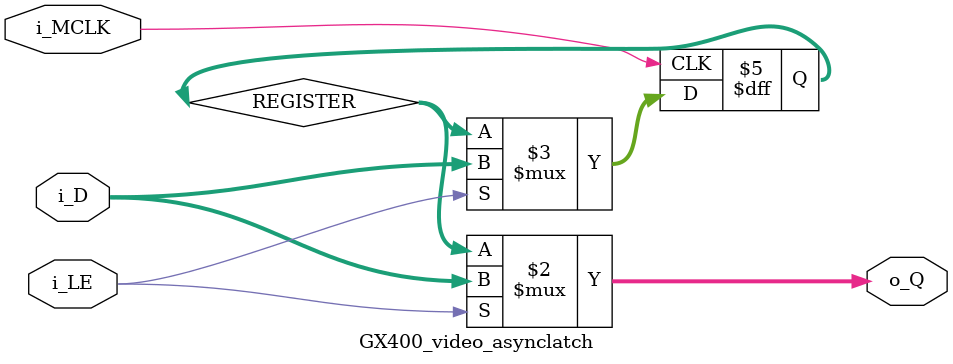
<source format=v>
module GX400_video (
    input   wire            i_EMU_MCLK,

    input   wire            i_EMU_CLK18M_NCEN,
    input   wire            i_EMU_CLK6M_PCEN, //REF_CLK6M
    input   wire            i_EMU_CLK6M_NCEN,

    input   wire            i_MRST_n,

    input   wire    [14:0]  i_GFX_ADDR,
    output  reg     [15:0]  o_GFX_DO,
    input   wire    [15:0]  i_GFX_DI,
    input   wire            i_GFX_RnW,
    input   wire            i_GFX_UDS_n,
    input   wire            i_GFX_LDS_n,

    input   wire            i_VZCS_n,
    input   wire            i_VCS1_n,
    input   wire            i_VCS2_n,
    input   wire            i_CHACS_n,
    input   wire            i_OBJRAM_n,

    input   wire            i_HFLIP,
    input   wire            i_VFLIP,

    output  wire            o_HBLANK_n,
    output  wire            o_VBLANK_n,
    output  wire            o_HSYNC_n,
    output  wire            o_VSYNC_n,

    output  wire            o_ABS_1H_n,
    output  wire            o_ABS_2H,
    output  wire            o_FRAMEPARITY,

    output  wire            o_BLK,

    output  wire    [10:0]  o_CD,

    output  wire    [8:0]   o_DEBUG_HCNTR, //for pixel capture purpose
    output  wire    [8:0]   o_DEBUG_VCNTR
);



///////////////////////////////////////////////////////////
//////  CLOCK AND RESET
////

wire            mclk = i_EMU_MCLK;
wire            clk18m_ncen = i_EMU_CLK18M_NCEN;
wire            clk6m_pcen = i_EMU_CLK6M_PCEN;
wire            clk6m_ncen = i_EMU_CLK6M_NCEN;



///////////////////////////////////////////////////////////
//////  timinggen
////

wire            HBLANK_n;
wire            VBLANK_n;
assign          o_VBLANK_n = VBLANK_n;
assign          o_HBLANK_n = HBLANK_n;
wire            VBLANKH_n;
wire            VCLK;
wire            CSYNC_n;

//hcounter
wire            ABS_256H,   
                ABS_128H,   ABS_64H,    ABS_32H,    ABS_16H,
                ABS_8H,     ABS_4H,     ABS_2H,     ABS_1H;

wire            FLIP_128H,  FLIP_64H,   FLIP_32H,   FLIP_16H,
                FLIP_8H,    FLIP_4H,    FLIP_2H,    FLIP_1H;

//vcounter
wire            ABS_128V,   ABS_64V,    ABS_32V,    ABS_16V,
                ABS_8V,     ABS_4V,     ABS_2V,     ABS_1V;

wire            FLIP_128V,  FLIP_64V,   FLIP_32V,   FLIP_16V,
                FLIP_8V,    FLIP_4V,    FLIP_2V,    FLIP_1V;

//misc
wire            ABS_n256H = ~ABS_256H;
wire            ABS_n1H = ~ABS_1H;
wire            ABS_128HA = (ABS_256H & ABS_128H) | (ABS_n256H & ABS_32H);

wire            FLIP_n256H  = ABS_n256H ^ i_HFLIP;

wire            DMA_n = ~&{ABS_128V, ABS_64V, ABS_32V, ~ABS_16V}; //vcounter 480-495

//to CPU
assign  o_ABS_1H_n = ABS_n1H;
assign  o_ABS_2H = ABS_2H;

/*
K005292 u_K005292 (
    .i_EMU_MCLK                 (mclk                       ),
    .i_EMU_CLK6MPCEN_n          (~clk6m_pcen                ),

    .i_MRST_n                   (i_MRST_n                   ),

    .i_HFLIP                    (i_HFLIP                    ),
    .i_VFLIP                    (i_VFLIP                    ),

    .o_HBLANK_n                 (HBLANK_n                   ),
    .o_VBLANK_n                 (VBLANK_n                   ),
    .o_VBLANKH_n                (VBLANKH_n                  ),  //VBLANK**

    .o_ABS_256H                 (ABS_256H                   ),
    .o_ABS_128H                 (ABS_128H                   ),
    .o_ABS_64H                  (ABS_64H                    ),
    .o_ABS_32H                  (ABS_32H                    ),
    .o_ABS_16H                  (ABS_16H                    ),
    .o_ABS_8H                   (ABS_8H                     ),
    .o_ABS_4H                   (ABS_4H                     ),
    .o_ABS_2H                   (ABS_2H                     ),
    .o_ABS_1H                   (ABS_1H                     ),

    .o_ABS_128V                 (ABS_128V                   ),
    .o_ABS_64V                  (ABS_64V                    ),
    .o_ABS_32V                  (ABS_32V                    ),
    .o_ABS_16V                  (ABS_16V                    ),
    .o_ABS_8V                   (ABS_8V                     ),
    .o_ABS_4V                   (ABS_4V                     ),
    .o_ABS_2V                   (ABS_2V                     ),
    .o_ABS_1V                   (ABS_1V                     ),

    .o_FLIP_128H                (FLIP_128H                  ),
    .o_FLIP_64H                 (FLIP_64H                   ),
    .o_FLIP_32H                 (FLIP_32H                   ),
    .o_FLIP_16H                 (FLIP_16H                   ),
    .o_FLIP_8H                  (FLIP_8H                    ),
    .o_FLIP_4H                  (FLIP_4H                    ),
    .o_FLIP_2H                  (FLIP_2H                    ),
    .o_FLIP_1H                  (FLIP_1H                    ),

    .o_FLIP_128V                (FLIP_128V                  ),
    .o_FLIP_64V                 (FLIP_64V                   ),
    .o_FLIP_32V                 (FLIP_32V                   ),
    .o_FLIP_16V                 (FLIP_16V                   ),
    .o_FLIP_8V                  (FLIP_8V                    ),
    .o_FLIP_4V                  (FLIP_4V                    ),
    .o_FLIP_2V                  (FLIP_2V                    ),
    .o_FLIP_1V                  (FLIP_1V                    ),

    .o_VCLK                     (VCLK                       ),

    .o_FRAMEPARITY              (o_FRAMEPARITY              ), //256V
    
    .o_VSYNC_n                  (o_VSYNC_n                  ),
    .o_HSYNC_n                  (o_HSYNC_n                  ),

    .o_DEBUG_HCNTR              (o_DEBUG_HCNTR              ),
    .o_DEBUG_VCNTR              (o_DEBUG_VCNTR              )
);
*/


K005292 u_dut (
    .i_EMU_MCLK                 (mclk                       ),
    .i_EMU_CLK6MPCEN_n          (~clk6m_pcen                ),

    .i_MRST_n                   (i_MRST_n                   ),

    .i_HFLIP                    (i_HFLIP                    ),
    .i_VFLIP                    (i_VFLIP                    ),
    .i_H288                     (1'b0                       ),
    .i_INTER                    (1'b0                       ),

    .o_HBLANK_n                 (HBLANK_n                   ),
    .o_VBLANK_n                 (VBLANK_n                   ),
    .o_VBLANKH_n                (VBLANKH_n                  ),  //VBLANK**

    .o_ABS_H                    ({ABS_256H,   
                                  ABS_128H,   ABS_64H,    ABS_32H,    ABS_16H,
                                  ABS_8H,     ABS_4H,     ABS_2H,     ABS_1H}),
    .o_ABS_V                    ({ABS_128V,   ABS_64V,    ABS_32V,    ABS_16V,
                                  ABS_8V,     ABS_4V,     ABS_2V,     ABS_1V}),
    .o_FLIP_H                   ({FLIP_128H,  FLIP_64H,   FLIP_32H,   FLIP_16H,
                                  FLIP_8H,    FLIP_4H,    FLIP_2H,    FLIP_1H}),
    .o_FLIP_V                   ({FLIP_128V,  FLIP_64V,   FLIP_32V,   FLIP_16V,
                                  FLIP_8V,    FLIP_4V,    FLIP_2V,    FLIP_1V}),

    .o_VCLK                     (VCLK                       ),

    .o_FRAMEPARITY              (o_FRAMEPARITY              ),

    .o_VSYNC_n                  (o_VSYNC_n                  ),
    .o_HSYNC_n                  (o_HSYNC_n                  ),
    .o_CSYNC_n                  (                           ),

    .i_TEST                     (5'b10010                   ),

    .o_DEBUG_HCNTR              (o_DEBUG_HCNTR              ),
    .o_DEBUG_VCNTR              (o_DEBUG_VCNTR              )
);

wire            ORINC;
reg     [7:0]   OBJ;
wire            objcntr_tick = ORINC | (&{OBJ[7:4]});

always @(posedge mclk) begin
    if(clk6m_pcen) begin
        if(ABS_1H == 1'b0) begin //posedge of 1H
            if(DMA_n == 1'b0) begin
                OBJ <= 8'd0;
            end
            else begin
                if(objcntr_tick == 1'b0) begin
                    OBJ <= OBJ + 8'd1;
                end
            end
        end        
    end
end




//
//  MEMORY TIMING GENERATOR SECTION
//

/*
    CLK18M  _|¯|_|¯|_|¯|_|¯|_|¯|_|¯|_|¯|_|¯|_|¯|_|¯|_|¯|_|¯|
    CLK9M   ¯¯¯|___|¯¯¯|___|¯¯¯|___|¯¯¯|___|¯¯¯|___|¯¯¯|___|
    CLK6M   ¯¯¯¯¯¯¯|___|¯¯¯¯¯¯¯|___|¯¯¯¯¯¯¯|___|¯¯¯¯¯¯¯|___|
            ---(511)---|----(0)----|----(1)----|----(2)----|
    
    TIME1   ___________________|¯¯¯|___________________|¯¯¯|
    TIME2   ¯¯¯¯¯¯¯¯¯¯¯¯¯¯¯¯¯¯¯|___|¯¯¯¯¯¯¯¯¯¯¯¯¯¯¯¯¯¯¯|___|
    CHAMPX  ¯¯¯¯¯¯¯¯¯¯¯|_______|¯¯¯¯¯¯¯¯¯¯¯¯¯¯¯|_______|¯¯¯¯
    VRTIME  ¯¯¯¯¯¯¯¯¯¯¯|___|¯¯¯¯¯¯¯¯¯¯¯¯¯¯¯¯¯¯¯|___|¯¯¯¯¯¯¯¯
    OBJCLRWE¯¯¯¯¯¯¯|___|¯¯¯¯¯¯¯¯¯¯¯¯¯¯¯¯¯¯¯|___|¯¯¯¯¯¯¯¯¯¯¯¯
    
    BUFWE   ¯¯¯¯¯¯¯|___|¯¯¯¯¯¯¯¯¯¯¯¯¯¯¯¯¯¯¯|___|¯¯¯¯¯¯¯¯¯¯¯¯
    BUFRAS  ___________|¯¯¯¯¯¯¯|_______________|¯¯¯¯¯¯¯|____
    dl-ras  ____________|¯¯¯¯¯¯¯|_______________|¯¯¯¯¯¯¯|___
*/

//timing singals

wire            TIME1; //SCROLLRAM/OBJRAM read latch enable(active high)
wire            TIME2; //SCROLLRAM/OBJRAM data write enable(active low)
wire            VRTIME; //Video Read TIME
wire            CHAMPX; //CHAracter MultiPleXer
wire            OBJCLRWE; //OBJect CLeaR Write Enable

reg             CLK6M;
always @(posedge mclk) begin
    if(clk6m_ncen) CLK6M <= 1'b0;
    else if(clk6m_pcen) CLK6M <= 1'b1;
end

reg             TIMING_F; //1HF
always @(posedge mclk) begin
    if(clk6m_pcen) begin
        TIMING_F <= ABS_1H;
    end
end

reg     [3:0]   TIMING_SR;
always @(posedge mclk) begin
    if(clk18m_ncen) begin
        TIMING_SR[3] <= TIMING_F;
        TIMING_SR[2:0] <= TIMING_SR[3:1];
    end
end

assign  TIME1 = ~(~TIMING_F | CLK6M);
assign  TIME2 = ~(TIMING_F & TIMING_SR[2]);
assign  VRTIME = ~(TIMING_F & ~TIMING_SR[3]);
assign  CHAMPX = TIMING_SR[2] | TIMING_SR[1];
wire    CHAMPX1 = CHAMPX;
assign  OBJCLRWE = TIMING_SR[2] | ~TIMING_SR[1];

//DRAM delay
reg             CHAMPX2;
always @(posedge mclk) begin
    if(clk18m_ncen) begin
        CHAMPX2 <= CHAMPX;
    end
end


//
//  VIDEO TIMING GENERATOR SECTION
//

//timing singals
wire            OBJWR;  //switches mux between active display+buffer clear/sprite engine write
wire            OBJCLR; //fix mux output to 0 while clearing the buffer by writing 0s

reg             TIMING_A;
always @(posedge mclk) begin
    if(clk6m_pcen) begin
        if({ABS_8H, ABS_4H, ABS_2H, ABS_1H} == 4'd15) begin //posedge of 16H
            TIMING_A <= ~(HBLANK_n & VBLANKH_n);
        end        
    end
end

reg             TIMING_B;
always @(posedge mclk) begin
    if(clk6m_pcen) begin //negedge cen
        if(ABS_1H == 1'b1) begin //every ODD pixel
            TIMING_B <= TIMING_A;
        end        
    end
end

reg             TIMING_C;
always @(posedge mclk) begin
    if(clk6m_pcen) begin
        if({ABS_2H, ABS_1H} == 2'd3) begin //posedge of 4H
            TIMING_C <= TIMING_A;
        end        
    end
end

reg             TIMING_D;
always @(posedge mclk) begin
    if(clk6m_pcen) begin
        TIMING_D <= TIMING_C;   
    end
end

reg             TIMING_E;
always @(posedge mclk) begin
    if(clk6m_pcen) begin
        TIMING_E <= ~TIMING_D & VBLANK_n;
    end
end

assign  OBJWR = TIMING_B;
assign  OBJCLR = ~TIMING_B;
assign  o_BLK = TIMING_E;








///////////////////////////////////////////////////////////
//////  tilemapgen
////

//
//  scrollram section
//

/*
    FETCHES HSCROLL(1 PIXEL ROW) VALUE WHEN VCLK = 1

    MCLK                0 1 2 3 4 5 0 1 2 3 4 5
    CLK18M  _|¯|_|¯|_|¯|_|¯|_|¯|_|¯|_|¯|_|¯|_|¯|_|¯|_|¯|_|¯|_|¯|_|¯|_|¯|
    CLK9M   ¯¯¯|___|¯¯¯|___|¯¯¯|___|¯¯¯|___|¯¯¯|___|¯¯¯|___|___|¯¯¯|___|
    CLK6M   ¯¯¯¯¯¯¯|___|¯¯¯¯¯¯¯|___|¯¯¯¯¯¯¯|___|¯¯¯¯¯¯¯|___|¯¯¯¯¯¯¯|___|
            ----(7)----|----(0)----|----(1)----|----(2)----|----(3)----|
                             >SRAM DOUT  >SRAM DOUT  >SRAM DOUT  >SRAM DOUT      access speed >150ns
    
    TIME1   ___________________|¯¯¯|___________________|¯¯¯|____________
    TIME2   ¯¯¯¯¯¯¯¯¯¯¯¯¯¯¯¯¯¯¯|___|¯¯¯¯¯¯¯¯¯¯¯¯¯¯¯¯¯¯¯|___|¯¯¯¯¯¯¯¯¯¯¯¯
    VCLK    ___________|¯¯¯¯¯¯¯¯¯¯¯¯¯¯¯¯¯¯¯¯¯¯¯¯¯¯¯¯¯¯¯¯¯¯¯¯¯¯¯¯¯¯¯¯¯¯¯¯

    ADDR               |-------(TM-A LO)-------|-------(TM-A HI)-------|
    DEVICE             |---(CPU)---|---(GFX)---|---(CPU)---|---(GFX)---|
                                   |  TM-A LO  |           |  TM-A HI  |


    FETCHES VSCROLL(8 PIXEL COLUMN) VALUE WHEN VCLK = 0
        (TM-A for 4H = 0, TM-B for 4H = 1)

                                            1 1                     1 1                     1 1                     1 1
                        0 1 2 3 4 5 6 7 8 9 0 1 0 1 2 3 4 5 6 7 8 9 0 1 0 1 2 3 4 5 6 7 8 9 0 1 0 1 2 3 4 5 6 7 8 9 0 1
    CLK18M  _|¯|_|¯|_|¯|_|¯|_|¯|_|¯|_|¯|_|¯|_|¯|_|¯|_|¯|_|¯|_|¯|_|¯|_|¯|_|¯|_|¯|_|¯|_|¯|_|¯|_|¯|_|¯|_|¯|_|¯|_|¯|_|¯|_|¯|
    CLK9M   ¯¯¯|___|¯¯¯|___|¯¯¯|___|¯¯¯|___|¯¯¯|___|¯¯¯|___|¯¯¯|___|¯¯¯|___|¯¯¯|___|¯¯¯|___|¯¯¯|___|¯¯¯|___|¯¯¯|___|¯¯¯|
    CLK6M   ¯¯¯¯¯¯¯|___|¯¯¯¯¯¯¯|___|¯¯¯¯¯¯¯|___|¯¯¯¯¯¯¯|___|¯¯¯¯¯¯¯|___|¯¯¯¯¯¯¯|___|¯¯¯¯¯¯¯|___|¯¯¯¯¯¯¯|___|¯¯¯¯¯¯¯|___|
            ----(7)----|----(0)----|----(1)----|----(2)----|----(3)----|----(4)----|----(5)----|----(6)----|----(7)----|

    TIME1   ___________________|¯¯¯|___________________|¯¯¯|___________________|¯¯¯|___________________|¯¯¯|____________
    TIME2   ¯¯¯¯¯¯¯¯¯¯¯¯¯¯¯¯¯¯¯|___|¯¯¯¯¯¯¯¯¯¯¯¯¯¯¯¯¯¯¯|___|¯¯¯¯¯¯¯¯¯¯¯¯¯¯¯¯¯¯¯|___|¯¯¯¯¯¯¯¯¯¯¯¯¯¯¯¯¯¯¯|___|¯¯¯¯¯¯¯¯¯¯¯¯
    VCLK    ¯¯¯¯¯¯¯¯¯¯¯¯¯¯¯¯¯¯¯¯¯¯¯¯¯¯¯¯¯¯¯¯¯¯¯¯¯¯¯¯¯¯¯¯¯¯¯¯¯¯¯¯¯¯¯¯¯¯¯¯¯¯¯¯¯¯¯¯¯¯¯¯¯¯¯¯¯¯¯¯¯¯¯¯¯¯¯¯¯¯¯¯¯¯¯¯¯¯¯¯¯¯¯¯¯¯¯¯
                                                                        
    SCRLATCH¯¯¯¯¯¯¯|___|¯¯¯¯¯¯¯¯¯¯¯¯¯¯¯¯¯¯¯¯¯¯¯¯¯¯¯¯¯¯¯¯¯¯¯¯¯¯¯¯¯¯¯|___|¯¯¯¯¯¯¯¯¯¯¯¯¯¯¯¯¯¯¯¯¯¯¯¯¯¯¯¯¯¯¯¯¯¯¯¯¯¯¯¯¯¯¯|___|
    SCRADDR --(TM-A)---|--------------------(TM-B)---------------------|--------------------(TM-A)---------------------|
    DEVICE  ---(GFX)---|---(CPU)---|---(GFX)---|---(CPU)---|---(GFX)---|---(CPU)---|---(GFX)---|---(CPU)---|---(GFX)---|

    VRAMADDR--(TM-B)---|--------------------(TM-A)---------------------|--------------------(TM-B)---------------------|
                       t0                                              t1                                              t2                     

    0. HSCROLL values for TM-A and TM-B are latched when VCLK = 1

    t0
    1. MUX provides TM-A VSCROLL address when 4H = 0 & VCLK = 0
    2. tilemap generator latches TM-A VSCROLL value at posedge of ~(1H & 2H)
    3. Then TM-A VSCROLL value will be valid during next 4px-cycle
    4. In this next 4px-cycle, tilemap generator provides previously latched(at VCLK = 0) TM-A HSCROLL value

    t1
    1. Again, tilemap generator latches TM-A VSCROLL value at posedge of ~(1H & 2H) since MUX provided TM-B VSCROLL address
    2. Then TM-B VSCROLL value will be valid during next 4px-cycle
    3. In this next 4px-cycle, tilemap generator provides previously latched(at VCLK = 0) TM-B HSCROLL value
*/

//make scrollram address
wire    [10:0]  scrollval_addr;
assign  scrollval_addr =    (~VCLK == 1'b0) ? 
                                {1'b0, ABS_4H, ABS_2H, FLIP_128V, FLIP_64V,  FLIP_32V,  FLIP_16V,  FLIP_8V,  FLIP_4V,  FLIP_2V, FLIP_1V} : //HORIZONTAL SCROLL
                                {1'b1,   1'b1,   1'b1,      1'b1,   ABS_4H,FLIP_n256H, FLIP_128H, FLIP_64H, FLIP_32H, FLIP_16H, FLIP_8H};  //VERTICAL SCROLL

wire    [10:0]  scrollram_addr;
assign  scrollram_addr =    (~ABS_1H == 1'b0) ?
                                scrollval_addr :
                                i_GFX_ADDR[10:0];

//make scrollram wr signal
wire            scrollram_wr = (i_VZCS_n | i_GFX_RnW | i_GFX_LDS_n | TIME2);

//declare SCROLLRAM
wire    [7:0]   scrollram_dout;
GX400_video_sram #(.aw( 11 ), .dw(  8 ), .simhexfile()) u_scrollram_lo (
    .i_MCLK                     (mclk                       ),
    .i_ADDR                     (scrollram_addr             ),
    .i_DIN                      (i_GFX_DI[7:0]            ),
    .o_DOUT                     (scrollram_dout             ),
    .i_WR_n                     (scrollram_wr               ),
    .i_RD_n                     (1'b0                       )
);

//declare CPU side latch
wire    [7:0]   scrollram_readlatch_q;
GX400_video_asynclatch u_scrollram_cpulatch (
    .i_MCLK                     (mclk                       ),
    .i_D                        (scrollram_dout             ),
    .o_Q                        (scrollram_readlatch_q      ),
    .i_LE                       (TIME1                      )
);



wire    [11:0]  vram_addr;
wire    [2:0]   line_addr;

wire            SHIFTA1;
wire            SHIFTA2;
wire            SHIFTB;

//declare tilemapgen core: requires clock
K005291 u_K005291 (
    .i_EMU_MCLK                 (mclk                       ),
    .i_EMU_CLK6MPCEN_n          (~clk6m_pcen                ),

    .i_HFLIP                    (i_HFLIP                    ),
    .i_VFLIP                    (i_VFLIP                    ),

    .i_ABS_n256H                (ABS_n256H                  ),
    .i_ABS_128HA                (ABS_128HA                  ),
    .i_ABS_64H                  (ABS_64H                    ),
    .i_ABS_32H                  (ABS_32H                    ),
    .i_ABS_16H                  (ABS_16H                    ),
    .i_ABS_8H                   (ABS_8H                     ),
    .i_ABS_4H                   (ABS_4H                     ),
    .i_ABS_2H                   (ABS_2H                     ),
    .i_ABS_1H                   (ABS_1H                     ),

    .i_ABS_128V                 (ABS_128V                   ),
    .i_ABS_64V                  (ABS_64V                    ),
    .i_ABS_32V                  (ABS_32V                    ),
    .i_ABS_16V                  (ABS_16V                    ),
    .i_ABS_8V                   (ABS_8V                     ),
    .i_ABS_4V                   (ABS_4V                     ),
    .i_ABS_2V                   (ABS_2V                     ),
    .i_ABS_1V                   (ABS_1V                     ),
    
    .i_VCLK                     (VCLK                       ),

    .i_CPU_ADDR                 (i_GFX_ADDR[11:0]           ),
    .i_GFXDATA                  (scrollram_dout             ),

    .o_TILELINEADDR             (line_addr                  ),

    .o_VRAMADDR                 (vram_addr                  ),

    .o_SHIFTA1                  (SHIFTA1                    ),
    .o_SHIFTA2                  (SHIFTA2                    ),
    .o_SHIFTB                   (SHIFTB                     )
);



//
//  VRAM1+2 section
//

/*
    MCLK                           
                        0 1 2 3 4 5 0 1 2 3 4 5 0 1 2 3 4 5 0 1 2 3 4 5 
    CLK18M  _|¯|_|¯|_|¯|_|¯|_|¯|_|¯|_|¯|_|¯|_|¯|_|¯|_|¯|_|¯|_|¯|_|¯|_|¯|_|¯|_|¯|_|¯|_|¯|_|¯|_|¯|_|¯|_|¯|_|¯|_|¯|_|¯|_|¯|
    CLK9M   ¯¯¯|___|¯¯¯|___|¯¯¯|___|¯¯¯|___|¯¯¯|___|¯¯¯|___|¯¯¯|___|¯¯¯|___|¯¯¯|___|¯¯¯|___|¯¯¯|___|¯¯¯|___|¯¯¯|___|¯¯¯|
    CLK6M   ¯¯¯¯¯¯¯|___|¯¯¯¯¯¯¯|___|¯¯¯¯¯¯¯|___|¯¯¯¯¯¯¯|___|¯¯¯¯¯¯¯|___|¯¯¯¯¯¯¯|___|¯¯¯¯¯¯¯|___|¯¯¯¯¯¯¯|___|¯¯¯¯¯¯¯|___|
    PIXEL   ----(7)----|----(0)----|----(1)----|----(2)----|----(3)----|----(4)----|----(5)----|----(6)----|----(7)----|
    /DTACK  ¯S0¯¯S1¯¯S2¯¯S3¯¯S4¯|_w___w__S5__S6|¯S7¯¯¯¯¯¯¯¯¯¯S0¯¯S1¯¯S2¯¯S3¯¯S4¯|_w___w__S5__S6|¯S7¯¯¯¯¯¯¯¯¯¯¯¯¯¯¯¯¯¯¯¯¯

                                   >SRAM CPU DIN           >SRAM GFX DOUT          >SRAM CPU DOUT          >SRAM GFX DOUT    100ns access speed
    VRTIME  ¯¯¯¯¯¯¯¯¯¯¯|___|¯¯¯¯¯¯¯¯¯¯¯¯¯¯¯¯¯¯¯|___|¯¯¯¯¯¯¯¯¯¯¯¯¯¯¯¯¯¯¯|___|¯¯¯¯¯¯¯¯¯¯¯¯¯¯¯¯¯¯¯|___|¯¯¯¯¯¯¯¯¯¯¯¯¯¯¯¯¯¯¯¯     enable
    DEVICE             |---------(CPU)---------|---------(GFX)---------|---------(CPU)---------|---------(GFX)---------|
                                   |(RD VALID)-|                                   |(RD VALID)-|                             ext. gates allow RD during pixel 0 and 1 cycles
                             |WRVAL|                                         |WRVAL|                                         ext. gates allow WR during pixel 0 cycle
                       |                 VRAM ADDR TM-A                |                 VRAM ADDR TM-B                |

                                                                       >VRAM ADDR TM-A latched at /2H
                                                                                                                       >CHARRAM TM-A line data latched
*/

//make vram wr signal
wire            vram1h_wr = (i_VCS1_n | i_GFX_RnW | i_GFX_UDS_n | ABS_1H | ABS_2H); //pixel 0 and 4
wire            vram1l_wr = (i_VCS1_n | i_GFX_RnW | i_GFX_LDS_n | ABS_1H | ABS_2H);
wire            vram2l_wr = (i_VCS2_n | i_GFX_RnW | i_GFX_LDS_n | ABS_1H | ABS_2H);

//declare vram1
wire    [15:0]  vram1_dout;
GX400_video_sram #(.aw( 12 ), .dw(  8 ), .simhexfile()) u_vram1_hi (
    .i_MCLK                     (mclk                       ),
    .i_ADDR                     (vram_addr                  ),
    .i_DIN                      (i_GFX_DI[15:8]           ),
    .o_DOUT                     (vram1_dout[15:8]           ),
    .i_WR_n                     (vram1h_wr                  ),
    .i_RD_n                     (VRTIME                     )
);

GX400_video_sram #(.aw( 12 ), .dw(  8 ), .simhexfile()) u_vram1_lo (
    .i_MCLK                     (mclk                       ),
    .i_ADDR                     (vram_addr                  ),
    .i_DIN                      (i_GFX_DI[7:0]            ),
    .o_DOUT                     (vram1_dout[7:0]            ),
    .i_WR_n                     (vram1l_wr                  ),
    .i_RD_n                     (VRTIME                     )
);

//declare vram2
wire    [7:0]   vram2_dout;
GX400_video_sram #(.aw( 12 ), .dw(  8 ), .simhexfile()) u_vram2_lo (
    .i_MCLK                     (mclk                       ),
    .i_ADDR                     (vram_addr                  ),
    .i_DIN                      (i_GFX_DI[7:0]            ),
    .o_DOUT                     (vram2_dout                 ),
    .i_WR_n                     (vram2l_wr                  ),
    .i_RD_n                     (VRTIME                     )
);


//
//  VRAM1 tile code DFF
//

reg     [10:0]  tile_code;
reg             VVFF;
always @(posedge mclk) begin
    if(clk6m_pcen) begin
        if({ABS_4H, ABS_2H, ABS_1H} == 3'd3 || {ABS_4H, ABS_2H, ABS_1H} == 3'd7) begin //posedge of /2H
            tile_code <= vram1_dout[10:0];
            VVFF <= vram1_dout[11];
        end
    end
end


//
//  VRAM1+2 properties
//

wire            VHFF = vram2_dout[7];
wire    [6:0]   VC = vram2_dout[6:0];
wire    [3:0]   PR = vram1_dout[15:12];


//
//  tile address
//

wire    [7:0]   VCA;
wire    [13:0]  __REF_VCA_ORIGINAL = {tile_code, line_addr ^ {3{VVFF}}};
assign  VCA =   (CHAMPX2 == 1'b0) ?
                    {tile_code[4:0], line_addr[2:0] ^ {3{VVFF}}} : {1'b1, tile_code[10:5], 1'b1}; //RAS : CAS






///////////////////////////////////////////////////////////
//////  objengine
////

//
//  OBJRAM SECTION
//

//make objram address
wire    [10:0]  objram_addr;
assign  objram_addr =   (~ABS_n1H == 1'b0) ?
                            i_GFX_ADDR[10:0] :
                            {ABS_8V, ABS_4V, ABS_2V, ABS_1V, ABS_128H, ABS_64H, ABS_32H, ABS_16H, ABS_8H, ABS_4H, ABS_2H};

//make objram wr signal
wire            objram_wr = |{i_OBJRAM_n, i_GFX_RnW, i_GFX_LDS_n, TIME2}; //LS32*4

//declare OBJRAM
wire    [7:0]   objram_dout;
GX400_video_sram #(.aw( 11 ), .dw(  8 ), .simhexfile()) u_objram_lo (
    .i_MCLK                     (mclk                       ),
    .i_ADDR                     (objram_addr                ),
    .i_DIN                      (i_GFX_DI[7:0]            ),
    .o_DOUT                     (objram_dout                ),
    .i_WR_n                     (objram_wr                  ),
    .i_RD_n                     (1'b0                       )
);

//declare CPU side latch
wire    [7:0]   objram_readlatch_q;
GX400_video_asynclatch u_objram_cpulatch (
    .i_MCLK                     (mclk                       ),
    .i_D                        (objram_dout                ),
    .o_Q                        (objram_readlatch_q         ),
    .i_LE                       (TIME1                      )
);


//
//  SPRITE DMA SECTION
//

reg     [7:0]   obj_priority;
always @(posedge mclk) begin
    if(clk6m_pcen) begin
        if({ABS_8H, ABS_4H, ABS_2H, ABS_1H} == 4'd1) begin //posedge of /px1 of every 16 pixels
           obj_priority <= objram_dout;
        end
    end
end

reg     [7:0]   obj_attr;
always @(posedge mclk) begin
    if(clk6m_pcen) begin
        if(ABS_1H == 1'b1) begin //posedge of /px1 
           obj_attr <= objram_dout;
        end
    end
end

//make objtable address
wire    [2:0]   ORA;
wire    [10:0]  objtable_addr;
assign  objtable_addr = (DMA_n == 1'b0) ? 
                            {obj_priority, ABS_8H, ABS_4H, ABS_2H} :
                            {OBJ, ORA};


//make objtable_wr
wire            objtable_wr = ~(ABS_1H & ~DMA_n);

//declare objtable ram
wire    [7:0]   objtable_dout;
GX400_video_sram #(.aw( 11 ), .dw(  8 )) u_objtable (
    .i_MCLK                     (mclk                       ),
    .i_ADDR                     (objtable_addr              ),
    .i_DIN                      (obj_attr                   ),
    .o_DOUT                     (objtable_dout              ),
    .i_WR_n                     (objtable_wr                ),
    .i_RD_n                     (1'b0                       )
);


wire    [7:0]   OCA;
wire            CHAOV;
reg             OBJHL;

wire    [7:0]   FA, FB;
wire            XA7, XB7;
wire            OBJBUF_CAS;

wire            WRTIME2;
wire            COLORLATCH_n;
wire            XPOS_D0;
wire            PIXELLATCH_WAIT_n;
wire            LATCH_A_D2;
wire    [2:0]   PIXELSEL;


//declare objengine core
K005295 #(.ENABLE_DOUBLE_HEIGHT_MODE(0)) u_K005295 (
    .i_EMU_MCLK                 (mclk                       ),
    .i_EMU_CLK6MPCEN_n          (~clk6m_pcen                ),

    .i_DMA_n                    (DMA_n                      ),
    .i_VBLANKH_n                (VBLANKH_n                  ),
    .i_VBLANK_n                 (VBLANK_n                   ),
    .i_HBLANK_n                 (HBLANK_n                   ),
    .i_ABS_4H                   (ABS_4H                     ),
    .i_ABS_2H                   (ABS_2H                     ),
    .i_ABS_1H                   (ABS_1H                     ),
    .i_CHAMPX                   (CHAMPX2                    ),
    .i_OBJWR                    (OBJWR                      ),

    .i_FLIP                     (i_HFLIP                    ),

    .i_OBJDATA                  (objtable_dout              ),
    .o_ORA                      (ORA                        ),

    .o_CAS                      (OBJBUF_CAS                 ),

    .o_FA                       (FA                         ),
    .o_FB                       (FB                         ),

    .o_XA7                      (XA7                        ),
    .o_XB7                      (XB7                        ),

    .i_OBJHL                    (OBJHL                      ),
    .o_CHAOV                    (CHAOV                      ),
    .o_ORINC                    (ORINC                      ),
    
    .o_WRTIME2                  (WRTIME2                    ),
    .o_COLORLATCH_n             (COLORLATCH_n               ),
    .o_XPOS_D0                  (XPOS_D0                    ),
    .o_PIXELLATCH_WAIT_n        (PIXELLATCH_WAIT_n          ),
    .o_LATCH_A_D2               (LATCH_A_D2                 ),
    .o_PIXELSEL                 (PIXELSEL                   ),

    .o_OCA                      (OCA                        )
);



///////////////////////////////////////////////////////////
//////  CHARRAM
////

/*
    MCLK                                    1 1
                        0 1 2 3 4 5 6 7 8 9 0 1 
    CLK18M  _|¯|_|¯|_|¯|_|¯|_|¯|_|¯|_|¯|_|¯|_|¯|_|¯|_|¯|_|¯|_|¯|_|¯|_|¯|_|¯|_|¯|_|¯|_|¯|_|¯|_|¯|_|¯|_|¯|_|¯|_|¯|_|¯|_|¯|
    CLK9M   ¯¯¯|___|¯¯¯|___|¯¯¯|___|¯¯¯|___|¯¯¯|___|¯¯¯|___|¯¯¯|___|¯¯¯|___|¯¯¯|___|¯¯¯|___|¯¯¯|___|¯¯¯|___|¯¯¯|___|¯¯¯|
    CLK6M   ¯¯¯¯¯¯¯|___|¯¯¯¯¯¯¯|___|¯¯¯¯¯¯¯|___|¯¯¯¯¯¯¯|___|¯¯¯¯¯¯¯|___|¯¯¯¯¯¯¯|___|¯¯¯¯¯¯¯|___|¯¯¯¯¯¯¯|___|¯¯¯¯¯¯¯|___|
    PIXEL   ----(3)----|----(4)----|----(5)----|----(6)----|----(7)----|----(0)----|----(1)----|----(2)----|----(3)----|
    /DTACK  ¯S0¯¯S1¯¯S2¯¯S3¯¯S4¯|_w___w__S5__S6|¯S7¯¯¯¯¯¯¯¯¯¯S0¯¯S1¯¯S2¯¯S3¯¯S4¯|_w___w__S5__S6|¯S7¯¯¯¯¯¯¯¯¯¯¯¯¯¯¯¯¯¯¯¯¯

                               >row >column            >row >column
    CHAMPX2 ¯¯¯¯¯¯¯¯¯¯¯¯¯|_______|¯¯¯¯¯¯¯¯¯¯¯¯¯¯¯|_______|¯¯¯¯¯¯¯¯¯¯¯¯¯¯¯|_______|¯¯¯¯¯¯¯¯¯¯¯¯¯¯¯|_______|¯¯¯¯¯¯¯¯¯¯¯¯¯¯
    /RAS    ___________|¯¯¯¯¯¯¯|_______________|¯¯¯¯¯¯¯|_______________|¯¯¯¯¯¯¯|_______________|¯¯¯¯¯¯¯|________________     15ns delayed
    /CAS    ________________|¯¯¯¯¯¯¯|_______________|¯¯¯¯¯¯¯|_______________|¯¯¯¯¯¯¯|_______________|¯¯¯¯¯¯¯|___________     85ns delayed

                                     >DRAM CPU/REFRESH       >DRAM GFX DOUT          >DRAM CPU/REFRESH       >DRAM GFX DOU   DRAM async access speed 150ns
                                                                                                                             Automatically refreshes ROW ADDRESS during CPU/HV counter access cycle                                                                                                           
    DEVICE             |---------(CPU)---------|---------(GFX)---------|---------(CPU)---------|---------(GFX)---------|
    LATCHED CPU WR ¯¯¯¯¯¯¯¯¯¯¯¯|_______________________|¯¯¯¯¯¯¯¯¯¯¯¯¯¯¯¯¯¯¯¯¯¯¯¯¯¯¯¯¯¯¯¯¯¯¯¯¯¯¯¯¯¯¯¯¯¯¯¯¯¯¯¯¯¯¯¯¯¯¯¯¯¯¯¯
                                     |(WR VALID)-|                                   |(WR VALID)-|                                
                                     |(RD VALID)-|                                   |(RD VALID)-|
                       |                CHARRAM ADDR TM-A              |                CHARRAM ADDR TM-B              |

                                                                       >CHARRAM TM-A data latched by tilemapsr
                                                                                                                       >CHARRAM data TM-B latched by tilemapsr
*/

//LS153*4 MUX
wire    [7:0]   refresh_addr = {ABS_16V, ABS_8V, ABS_4V, ABS_2V, ABS_1V, ABS_128H, ABS_64H, ABS_32H};
wire    [7:0]   cpu_addr;
assign  cpu_addr =  (i_CHACS_n == 1'b1) ?
                        refresh_addr :
                        (CHAMPX2 == 1'b0) ?
                            i_GFX_ADDR[8:1] : {1'b1, i_GFX_ADDR[14:9], 1'b1}; //RAS(A9-A2) : CAS(1, A15-A10, 1)

//LS157*2 11A/B MUX
wire    [7:0]   gfx_addr;
assign  gfx_addr = (CHAOV == 1'b0) ? OCA : VCA;

//LS157*2 10A/B MUX
wire    [7:0]   charram_addr;
assign  charram_addr =  (~ABS_2H == 1'b0) ? gfx_addr : cpu_addr;


//
//  DRAM modules
//

//RAS/CAS
wire            charram_ras_n = ~CHAMPX;
reg             charram_cas_n = 1'b1; //54.25ns delayed RAS, same as CHAMPX2
always @(posedge mclk) if(clk18m_ncen) begin
    charram_cas_n <= charram_ras_n;
end

//WR/RD
reg             charramu_en; //upper
reg             charraml_en; //upper
always @(posedge mclk) if(clk6m_ncen) begin //negedge of 6M, every even pixel
    if(ABS_1H == 1'b0) begin //posedge of every even pixel
        charramu_en <= i_GFX_UDS_n | i_CHACS_n;
        charraml_en <= i_GFX_LDS_n | i_CHACS_n;
    end
end

wire            charcs1_n = i_CHACS_n | ABS_2H | i_GFX_ADDR[0];
wire            charcs2_n = i_CHACS_n | ABS_2H | ~i_GFX_ADDR[0];
wire            charram1_rw = charcs1_n | i_GFX_RnW; //R=1 W=0
wire            charram2_rw = charcs2_n | i_GFX_RnW;

wire            charram1_rd = ~charram1_rw; //disables output when reading
wire            charram2_rd = ~charram2_rw; //disables output when reading
wire            charram1u_wr = charramu_en | charram1_rw;
wire            charram1l_wr = charraml_en | charram1_rw;
wire            charram2u_wr = charramu_en | charram2_rw;
wire            charram2l_wr = charraml_en | charram2_rw;


//declare charram
wire      [15:0]  charram1_dout; //A1=0
wire      [15:0]  charram2_dout; //A1=1

GX400_video_dram #(.dw( 4 ), .aw( 8 ), .rw( 8 ), .cw( 6 ), .ctop( 6 ), .cbot( 1 ), .simhexfile(), .init(0)) u_chrram_px0 (
    .i_MCLK                     (mclk                       ),
    .i_ADDR                     (charram_addr               ),
    .i_DIN                      (i_GFX_DI[15:12]            ),
    .o_DOUT                     (charram1_dout[15:12]       ),
    .i_RAS_n                    (charram_ras_n              ),
    .i_CAS_n                    (charram_cas_n              ),
    .i_WR_n                     (charram1u_wr               ),
    .i_RD_n                     (1'b0                       )
);

GX400_video_dram #(.dw( 4 ), .aw( 8 ), .rw( 8 ), .cw( 6 ), .ctop( 6 ), .cbot( 1 ), .simhexfile(), .init(0)) u_chrram_px1 (
    .i_MCLK                     (mclk                       ),
    .i_ADDR                     (charram_addr               ),
    .i_DIN                      (i_GFX_DI[11:8]             ),
    .o_DOUT                     (charram1_dout[11:8]        ),
    .i_RAS_n                    (charram_ras_n              ),
    .i_CAS_n                    (charram_cas_n              ),
    .i_WR_n                     (charram1u_wr               ),
    .i_RD_n                     (1'b0                       )
);

GX400_video_dram #(.dw( 4 ), .aw( 8 ), .rw( 8 ), .cw( 6 ), .ctop( 6 ), .cbot( 1 ), .simhexfile(), .init(0)) u_chrram_px2 (
    .i_MCLK                     (mclk                       ),
    .i_ADDR                     (charram_addr               ),
    .i_DIN                      (i_GFX_DI[7:4]              ),
    .o_DOUT                     (charram1_dout[7:4]         ),
    .i_RAS_n                    (charram_ras_n              ),
    .i_CAS_n                    (charram_cas_n              ),
    .i_WR_n                     (charram1l_wr               ),
    .i_RD_n                     (1'b0                       )
);

GX400_video_dram #(.dw( 4 ), .aw( 8 ), .rw( 8 ), .cw( 6 ), .ctop( 6 ), .cbot( 1 ), .simhexfile(), .init(0)) u_chrram_px3 (
    .i_MCLK                     (mclk                       ),
    .i_ADDR                     (charram_addr               ),
    .i_DIN                      (i_GFX_DI[3:0]              ),
    .o_DOUT                     (charram1_dout[3:0]         ),
    .i_RAS_n                    (charram_ras_n              ),
    .i_CAS_n                    (charram_cas_n              ),
    .i_WR_n                     (charram1l_wr               ),
    .i_RD_n                     (1'b0                       )
);

GX400_video_dram #(.dw( 4 ), .aw( 8 ), .rw( 8 ), .cw( 6 ), .ctop( 6 ), .cbot( 1 ), .simhexfile(), .init(0)) u_chrram_px4 (
    .i_MCLK                     (mclk                       ),
    .i_ADDR                     (charram_addr               ),
    .i_DIN                      (i_GFX_DI[15:12]            ),
    .o_DOUT                     (charram2_dout[15:12]       ),
    .i_RAS_n                    (charram_ras_n              ),
    .i_CAS_n                    (charram_cas_n              ),
    .i_WR_n                     (charram2u_wr               ),
    .i_RD_n                     (1'b0                       )
);

GX400_video_dram #(.dw( 4 ), .aw( 8 ), .rw( 8 ), .cw( 6 ), .ctop( 6 ), .cbot( 1 ), .simhexfile(), .init(0)) u_chrram_px5 (
    .i_MCLK                     (mclk                       ),
    .i_ADDR                     (charram_addr               ),
    .i_DIN                      (i_GFX_DI[11:8]             ),
    .o_DOUT                     (charram2_dout[11:8]        ),
    .i_RAS_n                    (charram_ras_n              ),
    .i_CAS_n                    (charram_cas_n              ),
    .i_WR_n                     (charram2u_wr               ),
    .i_RD_n                     (1'b0                       )
);
GX400_video_dram #(.dw( 4 ), .aw( 8 ), .rw( 8 ), .cw( 6 ), .ctop( 6 ), .cbot( 1 ), .simhexfile(), .init(0)) u_chrram_px6 (
    .i_MCLK                     (mclk                       ),
    .i_ADDR                     (charram_addr               ),
    .i_DIN                      (i_GFX_DI[7:4]              ),
    .o_DOUT                     (charram2_dout[7:4]         ),
    .i_RAS_n                    (charram_ras_n              ),
    .i_CAS_n                    (charram_cas_n              ),
    .i_WR_n                     (charram2l_wr               ),
    .i_RD_n                     (1'b0                       )
);

GX400_video_dram #(.dw( 4 ), .aw( 8 ), .rw( 8 ), .cw( 6 ), .ctop( 6 ), .cbot( 1 ), .simhexfile(), .init(0)) u_chrram_px7 (
    .i_MCLK                     (mclk                       ),
    .i_ADDR                     (charram_addr               ),
    .i_DIN                      (i_GFX_DI[3:0]              ),
    .o_DOUT                     (charram2_dout[3:0]         ),
    .i_RAS_n                    (charram_ras_n              ),
    .i_CAS_n                    (charram_cas_n              ),
    .i_WR_n                     (charram2l_wr               ),
    .i_RD_n                     (1'b0                       )
);



///////////////////////////////////////////////////////////
//////  tilemapsr
////

//
//  timing signal generation
//

wire            A_FLIP;
wire            B_FLIP;

wire            AFF = i_HFLIP ^ A_FLIP;
wire            BFF = i_HFLIP ^ B_FLIP;

wire    [1:0]   A_MODE = {(~SHIFTA1 | ~AFF), (~SHIFTA1 | AFF)};
wire    [1:0]   B_MODE = {(~SHIFTB | ~BFF), (~SHIFTB | BFF)};


wire    [3:0]   A_PIXEL;
wire    [3:0]   B_PIXEL;
wire            A_TRN_n;
wire            B_TRN_n;

K005290 u_K005290 (
    .i_EMU_MCLK                 (mclk                       ),
    .i_EMU_CLK6MPCEN_n          (~clk6m_pcen                ),

    .i_GFXDATA                  ({charram1_dout, charram2_dout}),
                            
    .i_ABS_n4H                  (~ABS_4H                    ),
    .i_ABS_2H                   (ABS_2H                     ),
                            
    .i_AFF                      (AFF                        ),
    .i_BFF                      (BFF                        ),
                            
    .i_A_MODE                   (A_MODE                     ),
    .i_B_MODE                   (B_MODE                     ),
                            
    .o_A_PIXEL                  (A_PIXEL                    ),
    .o_B_PIXEL                  (B_PIXEL                    ),
                            
    .o_A_TRN_n                  (A_TRN_n                    ),
    .o_B_TRN_n                  (B_TRN_n                    )
);    







///////////////////////////////////////////////////////////
//////  objlinelatch
////

wire            TILELINELATCH_n = ~(ABS_1H & ABS_2H);
wire    [7:0]   DA;
wire    [7:0]   DB;


K005294 u_K005294 (
    .i_EMU_MCLK                 (mclk                       ),
    .i_EMU_CLK6MPCEN_n          (~clk6m_pcen                ),

    .i_GFXDATA                  ({charram1_dout, charram2_dout}),
    .i_OC                       (objtable_dout[4:1]         ),

    .i_TILELINELATCH_n          (TILELINELATCH_n            ),

    .o_DA                       (DA                         ),
    .o_DB                       (DB                         ),

    .i_WRTIME2                  (WRTIME2                    ),
    .i_COLORLATCH_n             (COLORLATCH_n               ),
    .i_XPOS_D0                  (XPOS_D0                    ),
    .i_PIXELLATCH_WAIT_n        (PIXELLATCH_WAIT_n          ),
    .i_LATCH_A_D2               (LATCH_A_D2                 ),
    .i_PIXELSEL                 (PIXELSEL                   )
);






///////////////////////////////////////////////////////////
//////  FRAME BUFFER
////


reg             FBTIMING_A;
always @(posedge mclk) if(clk6m_pcen) begin
    FBTIMING_A <= WRTIME2;
end

reg             FBTIMING_B;
always @(posedge mclk) if(clk6m_ncen) begin //negative edge of CLK6M
    FBTIMING_B <= FBTIMING_A;
end

wire            wrtime2_buf_ras_n = FBTIMING_A & ~FBTIMING_B; 
wire            objbuf_ras_n = (OBJWR == 1'b0) ? ~CHAMPX : wrtime2_buf_ras_n;



reg             FBTIMING_C;
always @(posedge mclk) if(clk6m_pcen) begin //positive edge of CLK6M
    FBTIMING_C <= FBTIMING_A;
end

wire            wrtime2_buf_we_n = CLK6M | ~FBTIMING_C;
wire            objbuf_we_n = (OBJWR == 1'b0) ? OBJCLRWE : wrtime2_buf_we_n;



reg             objbuf_ras_dly_n;
always @(posedge mclk) if(clk18m_ncen) begin
    OBJHL <= ~objbuf_ras_n;
    objbuf_ras_dly_n <= objbuf_ras_n;
end


wire            evenbuf_overwrite_disable = ~(~XA7 & |{DA[3:0]});
wire    [7:0]   evenbuf_dout;
wire    [7:0]   evenbuf_din =   (OBJCLR == 1'b1) ? 8'h00 :
                                        (evenbuf_overwrite_disable == 1'b0) ? DA : evenbuf_dout;

wire            oddbuf_overwrite_disable = ~(~XB7 & |{DB[3:0]});
wire    [7:0]   oddbuf_dout;
wire    [7:0]   oddbuf_din =    (OBJCLR == 1'b1) ? 8'h00 :
                                        (oddbuf_overwrite_disable == 1'b0) ? DB : oddbuf_dout;
                                    

//EVEN
GX400_video_dram #(.dw( 8 ), .aw( 8 )) u_evenbuf (
    .i_MCLK (i_EMU_MCLK), .i_ADDR (FA),
    .i_DIN (evenbuf_din), .o_DOUT (evenbuf_dout), 
    .i_RAS_n (objbuf_ras_n), .i_CAS_n (~OBJBUF_CAS), .i_WR_n (objbuf_we_n), .i_RD_n (1'b0) 
);


//ODD
GX400_video_dram #(.dw( 8 ), .aw( 8 )) u_oddbuf (
    .i_MCLK (i_EMU_MCLK), .i_ADDR (FB),
    .i_DIN (oddbuf_din), .o_DOUT (oddbuf_dout), 
    .i_RAS_n (objbuf_ras_n), .i_CAS_n (~OBJBUF_CAS), .i_WR_n (objbuf_we_n), .i_RD_n (1'b0)
);



///////////////////////////////////////////////////////////
//////  prihandler
////

wire            SHIFTA1_CLKD = SHIFTA1;
wire            SHIFTA2_CLKD = SHIFTA2;
wire            SHIFTB_CLKD = SHIFTB;

wire            ABS_n6n7H = ~(ABS_4H & ABS_2H);
wire            ABS_n2n3H = ~(~ABS_4H & ABS_2H);

K005293 u_K005293 (
    .i_EMU_MCLK                 (mclk                       ),
    .i_EMU_CLK6MPCEN_n          (~clk6m_pcen                ),

    .i_HFLIP                    (i_HFLIP                    ),

    .i_SHIFTA1                  (SHIFTA1_CLKD               ),
    .i_SHIFTA2                  (SHIFTA2_CLKD               ),
    .i_SHIFTB                   (SHIFTB_CLKD                ),

    .i_ABS_n1H                  (ABS_n1H                    ),
    .i_ABS_n6n7H                (ABS_n6n7H                  ),
    .i_ABS_n2n3H                (ABS_n2n3H                  ),

    .i_A_PIXEL                  (A_PIXEL                    ),
    .i_B_PIXEL                  (B_PIXEL                    ),
    .i_OBJBUF_DATA              ({oddbuf_dout, evenbuf_dout}),

    .i_A_TRN_n                  (A_TRN_n                    ),
    .i_B_TRN_n                  (B_TRN_n                    ),

    .i_VHFF                     (VHFF                       ),
    .i_VC                       (VC                         ),
    .i_PR                       (PR                         ),

    .o_A_FLIP                   (A_FLIP                     ),
    .o_B_FLIP                   (B_FLIP                     ),

    .o_CD                       (o_CD                       )
);






///////////////////////////////////////////////////////////
//////  DATA OUTPUT MUX
////

always @(*) begin
    case({i_VZCS_n, i_VCS1_n, i_VCS2_n, charcs1_n, charcs2_n, i_OBJRAM_n})
        6'b011111: o_GFX_DO <= {8'hFF, scrollram_readlatch_q};
        6'b101111: o_GFX_DO <= vram1_dout;
        6'b110111: o_GFX_DO <= {8'hFF, vram2_dout};
        6'b111011: o_GFX_DO <= charram1_dout;
        6'b111101: o_GFX_DO <= charram2_dout;
        6'b111110: o_GFX_DO <= {8'hFF, objram_readlatch_q};
        default: o_GFX_DO <= 16'hFFFF; //pull up
    endcase
end

endmodule



module GX400_video_asynclatch (
    input   wire            i_MCLK,
    input   wire    [7:0]   i_D,
    output  wire    [7:0]   o_Q,
    input   wire            i_LE
);

reg     [7:0]   REGISTER;
always @(posedge i_MCLK) begin
    if(i_LE) REGISTER <= i_D;
end

assign  o_Q = i_LE ? i_D : REGISTER;

endmodule
</source>
